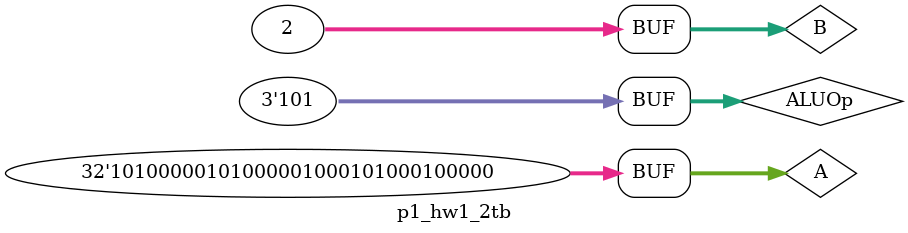
<source format=v>
`timescale 1ns / 1ps


module p1_hw1_2tb;

	// Inputs
	reg [31:0] A;
	reg [31:0] B;
	reg [2:0] ALUOp;

	// Outputs
	wire [31:0] C;

	// Instantiate the Unit Under Test (UUT)
	p1_hw1_2 uut (
		.A(A), 
		.B(B), 
		.ALUOp(ALUOp), 
		.C(C)
	);

	initial begin
		// Initialize Inputs
		A = 0;
		B = 0;
		ALUOp = 0;

		// Wait 100 ns for global reset to finish
		#100;
      A = 32'b0010_0000_1010_0000_1000_1010_0010_0000;
		B = 32'b0001_0000_1000_0000_0000_1000_0001_0000;
		ALUOp = 3'b000;
		#2
		ALUOp = 3'b001;
		#2
		ALUOp = 3'b010;
		#2
		ALUOp = 3'b011;
		#2
		A = 32'b1010_0000_1010_0000_1000_1010_0010_0000;
		B = 32'b0000_0000_0000_0000_0000_0000_0000_0010;
		ALUOp = 3'b100;
		#2
		ALUOp = 3'b101;
		// Add stimulus here

	end
      
endmodule


</source>
